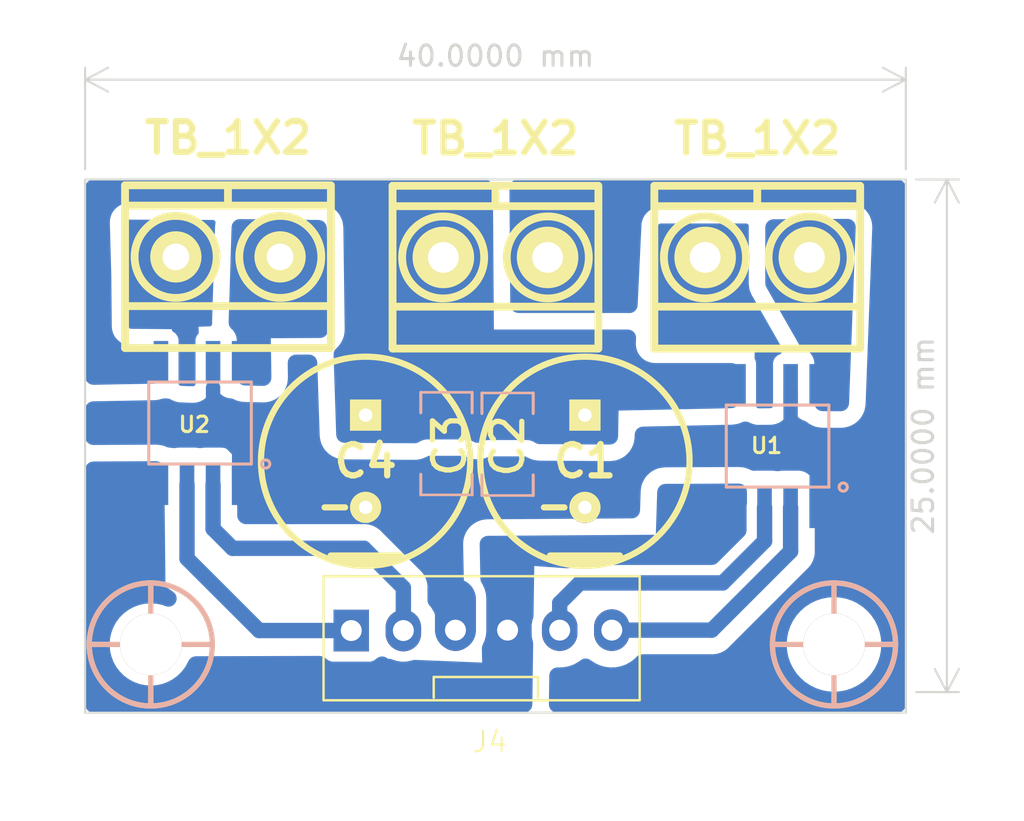
<source format=kicad_pcb>
(kicad_pcb (version 20221018) (generator pcbnew)
  (layers (0 "F.Cu" signal) (31 "B.Cu" signal) (34 "B.Paste" user) (35 "F.Paste" user) (36 "B.SilkS" user "B.Silkscreen") (37 "F.SilkS" user "F.Silkscreen") (38 "B.Mask" user) (39 "F.Mask" user) (44 "Edge.Cuts" user))
  (net 0 "")
  (net 1 "/vin")
  (net 2 "GND")
  (net 3 "/M1A")
  (net 4 "/M1B")
  (net 5 "+5V")
  (net 6 "Net-(U1-OUT1)")
  (net 7 "Net-(U1-OUT2)")
  (net 8 "Net-(U2-OUT2)")
  (net 9 "Net-(U2-OUT1)")
  (net 10 "/M2A")
  (net 11 "/M2B")
  (footprint "EEST:BORNERA2_AZUL" (layer "F.Cu") (at 106 58.8 180)
    (fp_text reference "J1" hide)
    (fp_text value "TB_1X2" (at 0 5.8) (layer "F.SilkS") (effects (font (size 1.5 1.5) (thickness 0.3))))
    (fp_line (start -5.0165 -4.445) (end -5.0165 3.4925) (stroke (width 0.381)) (layer "F.SilkS"))
    (fp_line (start -5 -2.4) (end 5 -2.4) (stroke (width 0.381)) (layer "F.SilkS"))
    (fp_line (start -5 2.5) (end 5 2.5) (stroke (width 0.381)) (layer "F.SilkS"))
    (fp_line (start -4.9835 3.4925) (end 5.0165 3.4925) (stroke (width 0.381)) (layer "F.SilkS"))
    (fp_line (start 0 2.54) (end 0 3.4845) (stroke (width 0.381)) (layer "F.SilkS"))
    (fp_line (start 5.0165 -4.445) (end -4.9835 -4.445) (stroke (width 0.381)) (layer "F.SilkS"))
    (fp_line (start 5.0165 3.4925) (end 5.0165 -4.445) (stroke (width 0.381)) (layer "F.SilkS"))
    (fp_circle (center -2.55 0) (end -0.55 0) (stroke (width 0.381)) (fill none) (layer "F.SilkS"))
    (fp_circle (center 2.55 0) (end 0.55 0) (stroke (width 0.381)) (fill none) (layer "F.SilkS"))
    (pad "1" thru_hole circle (at -2.54 0 180) (size 3 3) (drill 1.5) (layers "*.Cu" "*.Mask" "F.SilkS") (net 2 "GND"))
    (pad "2" thru_hole circle (at 2.54 0 180) (size 3 3) (drill 1.5) (layers "*.Cu" "*.Mask" "F.SilkS") (net 1 "/vin"))
  )
  (footprint "EEST:BORNERA2_AZUL" (layer "F.Cu") (at 92.961376 58.773638 180)
    (fp_text reference "J6" hide)
    (fp_text value "TB_1X2" (at 0 5.8) (layer "F.SilkS") (effects (font (size 1.5 1.5) (thickness 0.3))))
    (fp_line (start -5.0165 -4.445) (end -5.0165 3.4925) (stroke (width 0.381)) (layer "F.SilkS"))
    (fp_line (start -5 -2.4) (end 5 -2.4) (stroke (width 0.381)) (layer "F.SilkS"))
    (fp_line (start -5 2.5) (end 5 2.5) (stroke (width 0.381)) (layer "F.SilkS"))
    (fp_line (start -4.9835 3.4925) (end 5.0165 3.4925) (stroke (width 0.381)) (layer "F.SilkS"))
    (fp_line (start 0 2.54) (end 0 3.4845) (stroke (width 0.381)) (layer "F.SilkS"))
    (fp_line (start 5.0165 -4.445) (end -4.9835 -4.445) (stroke (width 0.381)) (layer "F.SilkS"))
    (fp_line (start 5.0165 3.4925) (end 5.0165 -4.445) (stroke (width 0.381)) (layer "F.SilkS"))
    (fp_circle (center -2.55 0) (end -0.55 0) (stroke (width 0.381)) (fill none) (layer "F.SilkS"))
    (fp_circle (center 2.55 0) (end 0.55 0) (stroke (width 0.381)) (fill none) (layer "F.SilkS"))
    (pad "1" thru_hole circle (at -2.54 0 180) (size 2.5 2.5) (drill 1.3) (layers "*.Cu" "*.Mask" "F.SilkS") (net 8 "Net-(U2-OUT2)"))
    (pad "2" thru_hole circle (at 2.54 0 180) (size 2.5 2.5) (drill 1.3) (layers "*.Cu" "*.Mask" "F.SilkS") (net 9 "Net-(U2-OUT1)"))
  )
  (footprint "EEST:CAP_ELEC_10X8mm" (layer "F.Cu") (at 99.67 68.74 180)
    (fp_text reference "C4" (at 0 0) (layer "F.SilkS") (effects (font (size 1.524 1.524) (thickness 0.3048))))
    (fp_text value "100uf 35v" hide)
    (fp_line (start -1.7 -4.6) (end 1.7 -4.6) (stroke (width 0.3048)) (layer "F.SilkS"))
    (fp_line (start -1.3 -4.8) (end 1.3 -4.8) (stroke (width 0.3048)) (layer "F.SilkS"))
    (fp_line (start -0.8 -5) (end 0.8 -5) (stroke (width 0.3048)) (layer "F.SilkS"))
    (fp_line (start 1 -2.25) (end 2 -2.25) (stroke (width 0.3)) (layer "F.SilkS"))
    (fp_circle (center 0 0) (end 5.1 0) (stroke (width 0.3048)) (fill none) (layer "F.SilkS"))
    (pad "1" thru_hole rect (at 0 2.25 180) (size 1.524 1.524) (drill 0.65) (layers "*.Cu" "*.Mask" "F.SilkS") (net 1 "/vin"))
    (pad "2" thru_hole circle (at 0 -2.25 180) (size 1.524 1.524) (drill 0.65) (layers "*.Cu" "*.Mask" "F.SilkS") (net 2 "GND"))
  )
  (footprint "MacroLib-kicad-main (2):FanPinHeads_1x6_P2.54mm_Vertical" (layer "F.Cu") (at 105.73 82.9275)
    (fp_text reference "J4" (at 0 -0.5 unlocked) (layer "F.SilkS") (effects (font (thickness 0.1))))
    (fp_text value "Conn_01x06")
    (fp_line (start -8.11 -8.58) (end 7.29 -8.58) (stroke (width 0.12)) (layer "F.SilkS"))
    (fp_line (start -8.11 -2.53) (end -8.11 -8.58) (stroke (width 0.12)) (layer "F.SilkS"))
    (fp_line (start -2.74 -3.665) (end 2.34 -3.665) (stroke (width 0.12)) (layer "F.SilkS"))
    (fp_line (start -2.74 -2.655) (end -2.74 -3.665) (stroke (width 0.12)) (layer "F.SilkS"))
    (fp_line (start -0.31 -2.53) (end -8.11 -2.53) (stroke (width 0.12)) (layer "F.SilkS"))
    (fp_line (start 2.34 -3.665) (end 2.34 -2.655) (stroke (width 0.12)) (layer "F.SilkS"))
    (fp_line (start 7.3 -8.58) (end 7.3 -2.57) (stroke (width 0.12)) (layer "F.SilkS"))
    (fp_line (start 7.3 -2.53) (end -0.31 -2.53) (stroke (width 0.12)) (layer "F.SilkS"))
    (pad "1" thru_hole rect (at -6.76 -5.93 90) (size 2.03 1.73) (drill 1.02) (layers "*.Cu" "*.Mask") (net 11 "/M2B"))
    (pad "2" thru_hole oval (at -4.22 -5.93 90) (size 2.03 1.73) (drill 1.02) (layers "*.Cu" "*.Mask") (net 10 "/M2A"))
    (pad "3" thru_hole oval (at -1.68 -5.95 90) (size 2.03 1.73) (drill 1.02) (layers "*.Cu" "*.Mask") (net 2 "GND"))
    (pad "4" thru_hole oval (at 0.86 -5.95 90) (size 2.03 1.73) (drill 1.02) (layers "*.Cu" "*.Mask") (net 5 "+5V"))
    (pad "5" thru_hole oval (at 3.4 -5.95 90) (size 2.03 1.73) (drill 1.02) (layers "*.Cu" "*.Mask") (net 4 "/M1B"))
    (pad "6" thru_hole oval (at 5.94 -5.95 90) (size 2.03 1.73) (drill 1.02) (layers "*.Cu" "*.Mask") (net 3 "/M1A"))
  )
  (footprint "EEST:BORNERA2_AZUL" (layer "F.Cu") (at 118.76 58.8 180)
    (fp_text reference "J3" hide)
    (fp_text value "TB_1X2" (at 0 5.8) (layer "F.SilkS") (effects (font (size 1.5 1.5) (thickness 0.3))))
    (fp_line (start -5.0165 -4.445) (end -5.0165 3.4925) (stroke (width 0.381)) (layer "F.SilkS"))
    (fp_line (start -5 -2.4) (end 5 -2.4) (stroke (width 0.381)) (layer "F.SilkS"))
    (fp_line (start -5 2.5) (end 5 2.5) (stroke (width 0.381)) (layer "F.SilkS"))
    (fp_line (start -4.9835 3.4925) (end 5.0165 3.4925) (stroke (width 0.381)) (layer "F.SilkS"))
    (fp_line (start 0 2.54) (end 0 3.4845) (stroke (width 0.381)) (layer "F.SilkS"))
    (fp_line (start 5.0165 -4.445) (end -4.9835 -4.445) (stroke (width 0.381)) (layer "F.SilkS"))
    (fp_line (start 5.0165 3.4925) (end 5.0165 -4.445) (stroke (width 0.381)) (layer "F.SilkS"))
    (fp_circle (center -2.55 0) (end -0.55 0) (stroke (width 0.381)) (fill none) (layer "F.SilkS"))
    (fp_circle (center 2.55 0) (end 0.55 0) (stroke (width 0.381)) (fill none) (layer "F.SilkS"))
    (pad "1" thru_hole circle (at -2.54 0 180) (size 3 3) (drill 1.5) (layers "*.Cu" "*.Mask" "F.SilkS") (net 7 "Net-(U1-OUT2)"))
    (pad "2" thru_hole circle (at 2.54 0 180) (size 3 3) (drill 1.5) (layers "*.Cu" "*.Mask" "F.SilkS") (net 6 "Net-(U1-OUT1)"))
  )
  (footprint "EEST:Tornillo_M3_8mm" (layer "F.Cu") (at 89.2 77.675)
    (fp_text reference "H1" hide)
    (fp_text value "Mounting_Hole" hide)
    (fp_line (start -3 0) (end 3 0) (stroke (width 0.254)) (layer "B.SilkS"))
    (fp_line (start 0 -3) (end 0 3) (stroke (width 0.254)) (layer "B.SilkS"))
    (fp_circle (center 0 0) (end 3 0) (stroke (width 0.254)) (fill none) (layer "B.SilkS"))
    (fp_line (start -3 0) (end 3 0) (stroke (width 0.254)) (layer "F.SilkS"))
    (fp_line (start 0 -3) (end 0 3) (stroke (width 0.254)) (layer "F.SilkS"))
    (fp_circle (center 0 0) (end 3 0) (stroke (width 0.254)) (fill none) (layer "F.SilkS"))
    (pad "1" thru_hole circle (at 0 0) (size 3 3) (drill 3) (layers "*.Cu" "F.SilkS"))
  )
  (footprint "EEST:CAP_ELEC_10X8mm" (layer "F.Cu") (at 110.36 68.74 180)
    (fp_text reference "C1" (at 0 0) (layer "F.SilkS") (effects (font (size 1.524 1.524) (thickness 0.3048))))
    (fp_text value "100uf 35v" hide)
    (fp_line (start -1.7 -4.6) (end 1.7 -4.6) (stroke (width 0.3048)) (layer "F.SilkS"))
    (fp_line (start -1.3 -4.8) (end 1.3 -4.8) (stroke (width 0.3048)) (layer "F.SilkS"))
    (fp_line (start -0.8 -5) (end 0.8 -5) (stroke (width 0.3048)) (layer "F.SilkS"))
    (fp_line (start 1 -2.25) (end 2 -2.25) (stroke (width 0.3)) (layer "F.SilkS"))
    (fp_circle (center 0 0) (end 5.1 0) (stroke (width 0.3048)) (fill none) (layer "F.SilkS"))
    (pad "1" thru_hole rect (at 0 2.25 180) (size 1.524 1.524) (drill 0.65) (layers "*.Cu" "*.Mask" "F.SilkS") (net 1 "/vin"))
    (pad "2" thru_hole circle (at 0 -2.25 180) (size 1.524 1.524) (drill 0.65) (layers "*.Cu" "*.Mask" "F.SilkS") (net 2 "GND"))
  )
  (footprint "EEST:C_1206" (layer "B.Cu") (at 103.61 67.88 90)
    (fp_text reference "C3" (at -0.087 0.15 90) (layer "F.SilkS") (effects (font (size 1.524 1.524) (thickness 0.254))))
    (fp_text value "100nf" hide)
    (fp_line (start -2.5 1.25) (end -2.5 -1.25) (stroke (width 0.127)) (layer "B.SilkS"))
    (fp_line (start -1.5 -1.25) (end -2.5 -1.25) (stroke (width 0.15)) (layer "B.SilkS"))
    (fp_line (start -1.5 1.25) (end -2.5 1.25) (stroke (width 0.15)) (layer "B.SilkS"))
    (fp_line (start 1.5 -1.25) (end 2.5 -1.25) (stroke (width 0.15)) (layer "B.SilkS"))
    (fp_line (start 1.5 1.25) (end 2.5 1.25) (stroke (width 0.15)) (layer "B.SilkS"))
    (fp_line (start 2.5 -1.25) (end 2.5 1.25) (stroke (width 0.127)) (layer "B.SilkS"))
    (pad "1" smd rect (at 1.397 0 90) (size 1.6002 1.8034) (layers "B.Cu" "B.Paste" "B.Mask") (net 1 "/vin"))
    (pad "2" smd rect (at -1.397 0 90) (size 1.6002 1.8034) (layers "B.Cu" "B.Paste" "B.Mask") (net 2 "GND"))
  )
  (footprint "EEST:Tornillo_M3_8mm" (layer "B.Cu") (at 122.5 77.675 180)
    (fp_text reference "H2" hide)
    (fp_text value "Mounting_Hole" hide)
    (fp_line (start -3 0) (end 3 0) (stroke (width 0.254)) (layer "B.SilkS"))
    (fp_line (start 0 3) (end 0 -3) (stroke (width 0.254)) (layer "B.SilkS"))
    (fp_circle (center 0 0) (end 3 0) (stroke (width 0.254)) (fill none) (layer "B.SilkS"))
    (fp_line (start -3 0) (end 3 0) (stroke (width 0.254)) (layer "F.SilkS"))
    (fp_line (start 0 3) (end 0 -3) (stroke (width 0.254)) (layer "F.SilkS"))
    (fp_circle (center 0 0) (end 3 0) (stroke (width 0.254)) (fill none) (layer "F.SilkS"))
    (pad "1" thru_hole circle (at 0 0 180) (size 3 3) (drill 3) (layers "*.Cu" "B.SilkS"))
  )
  (footprint "EEST:SSOP-8" (layer "B.Cu") (at 119.75 68 180)
    (fp_text reference "U1" (at 0.54 0.02) (layer "F.SilkS") (effects (font (size 0.7493 0.7493) (thickness 0.14986))))
    (fp_text value "TB67H451AFNG" hide)
    (fp_line (start -2.5 -2) (end 2.5 -2) (stroke (width 0.15)) (layer "B.SilkS"))
    (fp_line (start -2.5 2) (end -2.5 -2) (stroke (width 0.15)) (layer "B.SilkS"))
    (fp_line (start 2.5 2) (end -2.5 2) (stroke (width 0.15)) (layer "B.SilkS"))
    (fp_line (start 2.5 2) (end 2.5 -2) (stroke (width 0.15)) (layer "B.SilkS"))
    (fp_circle (center -3.2 -2) (end -3 -2) (stroke (width 0.15)) (fill none) (layer "B.SilkS"))
    (pad "1" smd rect (at -1.905 -3 180) (size 0.7112 2) (layers "B.Cu" "B.Paste" "B.Mask") (net 2 "GND"))
    (pad "2" smd rect (at -0.635 -3 180) (size 0.7112 2) (layers "B.Cu" "B.Paste" "B.Mask") (net 3 "/M1A"))
    (pad "3" smd rect (at 0.635 -3 180) (size 0.7112 2) (layers "B.Cu" "B.Paste" "B.Mask") (net 4 "/M1B"))
    (pad "4" smd rect (at 1.905 -3 180) (size 0.7112 2) (layers "B.Cu" "B.Paste" "B.Mask") (net 5 "+5V"))
    (pad "5" smd rect (at 1.905 3) (size 0.7112 2) (layers "B.Cu" "B.Paste" "B.Mask") (net 1 "/vin"))
    (pad "6" smd rect (at 0.635 3) (size 0.7112 2) (layers "B.Cu" "B.Paste" "B.Mask") (net 6 "Net-(U1-OUT1)"))
    (pad "7" smd rect (at -0.635 3) (size 0.7112 2) (layers "B.Cu" "B.Paste" "B.Mask") (net 2 "GND"))
    (pad "8" smd rect (at -1.905 3) (size 0.7112 2) (layers "B.Cu" "B.Paste" "B.Mask") (net 7 "Net-(U1-OUT2)"))
  )
  (footprint "EEST:SSOP-8" (layer "B.Cu") (at 91.6 66.875 180)
    (fp_text reference "U2" (at 0.28 -0.075) (layer "F.SilkS") (effects (font (size 0.7493 0.7493) (thickness 0.14986))))
    (fp_text value "TB67H451AFNG" hide)
    (fp_line (start -2.5 -2) (end 2.5 -2) (stroke (width 0.15)) (layer "B.SilkS"))
    (fp_line (start -2.5 2) (end -2.5 -2) (stroke (width 0.15)) (layer "B.SilkS"))
    (fp_line (start 2.5 2) (end -2.5 2) (stroke (width 0.15)) (layer "B.SilkS"))
    (fp_line (start 2.5 2) (end 2.5 -2) (stroke (width 0.15)) (layer "B.SilkS"))
    (fp_circle (center -3.2 -2) (end -3 -2) (stroke (width 0.15)) (fill none) (layer "B.SilkS"))
    (pad "1" smd rect (at -1.905 -3 180) (size 0.7112 2) (layers "B.Cu" "B.Paste" "B.Mask") (net 2 "GND"))
    (pad "2" smd rect (at -0.635 -3 180) (size 0.7112 2) (layers "B.Cu" "B.Paste" "B.Mask") (net 10 "/M2A"))
    (pad "3" smd rect (at 0.635 -3 180) (size 0.7112 2) (layers "B.Cu" "B.Paste" "B.Mask") (net 11 "/M2B"))
    (pad "4" smd rect (at 1.905 -3 180) (size 0.7112 2) (layers "B.Cu" "B.Paste" "B.Mask") (net 5 "+5V"))
    (pad "5" smd rect (at 1.905 3) (size 0.7112 2) (layers "B.Cu" "B.Paste" "B.Mask") (net 1 "/vin"))
    (pad "6" smd rect (at 0.635 3) (size 0.7112 2) (layers "B.Cu" "B.Paste" "B.Mask") (net 9 "Net-(U2-OUT1)"))
    (pad "7" smd rect (at -0.635 3) (size 0.7112 2) (layers "B.Cu" "B.Paste" "B.Mask") (net 2 "GND"))
    (pad "8" smd rect (at -1.905 3) (size 0.7112 2) (layers "B.Cu" "B.Paste" "B.Mask") (net 8 "Net-(U2-OUT2)"))
  )
  (footprint "EEST:C_1206" (layer "B.Cu") (at 106.59 67.91 90)
    (fp_text reference "C2" (at -0.08 0 90) (layer "F.SilkS") (effects (font (size 1.524 1.524) (thickness 0.254))))
    (fp_text value "100nf" hide)
    (fp_line (start -2.5 1.25) (end -2.5 -1.25) (stroke (width 0.127)) (layer "B.SilkS"))
    (fp_line (start -1.5 -1.25) (end -2.5 -1.25) (stroke (width 0.15)) (layer "B.SilkS"))
    (fp_line (start -1.5 1.25) (end -2.5 1.25) (stroke (width 0.15)) (layer "B.SilkS"))
    (fp_line (start 1.5 -1.25) (end 2.5 -1.25) (stroke (width 0.15)) (layer "B.SilkS"))
    (fp_line (start 1.5 1.25) (end 2.5 1.25) (stroke (width 0.15)) (layer "B.SilkS"))
    (fp_line (start 2.5 -1.25) (end 2.5 1.25) (stroke (width 0.127)) (layer "B.SilkS"))
    (pad "1" smd rect (at 1.397 0 90) (size 1.6002 1.8034) (layers "B.Cu" "B.Paste" "B.Mask") (net 1 "/vin"))
    (pad "2" smd rect (at -1.397 0 90) (size 1.6002 1.8034) (layers "B.Cu" "B.Paste" "B.Mask") (net 2 "GND"))
  )
  (gr_line (start 86 81) (end 126 81) (stroke (width 0.1)) (layer "Edge.Cuts"))
  (gr_line (start 86 81) (end 86 55) (stroke (width 0.1)) (layer "Edge.Cuts"))
  (gr_line (start 126 81) (end 126 55) (stroke (width 0.1)) (layer "Edge.Cuts"))
  (gr_line (start 126 55) (end 86 55) (stroke (width 0.1)) (layer "Edge.Cuts"))
  (dimension (type aligned) (layer "Edge.Cuts") (pts (xy 126 80) (xy 126 55)) (height 2) (gr_text "25,0000 mm" (at 126.85 67.5 90) (layer "Edge.Cuts") (effects (font (size 1 1) (thickness 0.15)))) (format (prefix "") (suffix "") (units 3) (units_format 1) (precision 4)) (style (thickness 0.1) (arrow_length 1.27) (text_position_mode 0) (extension_height 0.58642) (extension_offset 0.5) keep_text_aligned))
  (dimension (type aligned) (layer "Edge.Cuts") (pts (xy 86 55) (xy 126 55)) (height -4.87) (gr_text "40,0000 mm" (at 106 48.98) (layer "Edge.Cuts") (effects (font (size 1 1) (thickness 0.15)))) (format (prefix "") (suffix "") (units 3) (units_format 1) (precision 4)) (style (thickness 0.1) (arrow_length 1.27) (text_position_mode 0) (extension_height 0.58642) (extension_offset 0.5) keep_text_aligned))
  (segment (start 93.505 68.255) (end 93.505 69.875) (width 0.7) (layer "B.Cu") (net 2))
  (segment (start 121.655 68.98) (end 121.655 71.3) (width 0.7) (layer "B.Cu") (net 2))
  (segment (start 120.385 67.71) (end 121.655 68.98) (width 0.7) (layer "B.Cu") (net 2))
  (segment (start 104.05 76.9775) (end 104.05 75.47) (width 2) (layer "B.Cu") (net 2))
  (segment (start 92.235 66.985) (end 93.505 68.255) (width 0.7) (layer "B.Cu") (net 2))
  (segment (start 92.235 65.15) (end 92.235 66.985) (width 0.7) (layer "B.Cu") (net 2))
  (segment (start 120.385 65.3) (end 120.385 67.71) (width 0.7) (layer "B.Cu") (net 2))
  (segment (start 116.540266 76.9775) (end 120.385 73.132766) (width 0.75) (layer "B.Cu") (net 3))
  (segment (start 111.67 76.9775) (end 116.540266 76.9775) (width 0.75) (layer "B.Cu") (net 3))
  (segment (start 120.385 73.132766) (end 120.385 71) (width 0.75) (layer "B.Cu") (net 3))
  (segment (start 109.13 76.9775) (end 109.13 75.66) (width 0.75) (layer "B.Cu") (net 4))
  (segment (start 117.075 74.675) (end 119.115 72.635) (width 0.75) (layer "B.Cu") (net 4))
  (segment (start 109.13 75.66) (end 110.115 74.675) (width 0.75) (layer "B.Cu") (net 4))
  (segment (start 119.115 72.635) (end 119.115 71) (width 0.75) (layer "B.Cu") (net 4))
  (segment (start 110.115 74.675) (end 117.075 74.675) (width 0.75) (layer "B.Cu") (net 4))
  (segment (start 101.51 74.91) (end 99.5856 72.9856) (width 0.75) (layer "B.Cu") (net 10))
  (segment (start 99.5856 72.9856) (end 93.1856 72.9856) (width 0.75) (layer "B.Cu") (net 10))
  (segment (start 93.1856 72.9856) (end 92.235 72.035) (width 0.75) (layer "B.Cu") (net 10))
  (segment (start 101.51 76.9975) (end 101.51 74.91) (width 0.75) (layer "B.Cu") (net 10))
  (segment (start 92.235 72.035) (end 92.235 69.875) (width 0.75) (layer "B.Cu") (net 10))
  (segment (start 90.965 73.483366) (end 94.479134 76.9975) (width 0.75) (layer "B.Cu") (net 11))
  (segment (start 90.965 69.875) (end 90.965 73.483366) (width 0.75) (layer "B.Cu") (net 11))
  (segment (start 94.479134 76.9975) (end 98.97 76.9975) (width 0.75) (layer "B.Cu") (net 11))
  (zone (net 2) (net_name "GND") (layer "B.Cu") (connect_pads yes (clearance 0.8)) (min_thickness 0.8) (fill yes (thermal_gap 0.8) (thermal_bridge_width 0.8))
    (polygon (pts (xy 130.100022 82.244869) (xy 82.63 81.49) (xy 81.850022 46.244869) (xy 129.500022 46.244869)))
  )
  (zone (net 6) (net_name "Net-(U1-OUT1)") (layer "B.Cu") (priority 2) (connect_pads yes (clearance 0.25)) (min_thickness 0.25) (fill yes (thermal_gap 0.25) (thermal_bridge_width 0.25) (smoothing fillet) (island_removal_mode 1) (island_area_min 10))
    (polygon (pts (xy 119.82 66.15) (xy 119.975 62.945) (xy 118.525 59.945) (xy 118.525 57.145) (xy 113.925 57.145) (xy 113.64 63.145) (xy 118.64 63.145) (xy 118.57 66.165)))
  )
  (zone (net 7) (net_name "Net-(U1-OUT2)") (layer "B.Cu") (priority 3) (connect_pads yes (clearance 0.8)) (min_thickness 0.8) (fill yes (thermal_gap 0.8) (thermal_bridge_width 0.8))
    (polygon (pts (xy 119.150176 60.164781) (xy 120.950176 63.314781) (xy 120.940176 66.294781) (xy 123.220176 66.304781) (xy 123.575176 56.914781) (xy 119.150176 56.939781)))
  )
  (zone (net 8) (net_name "Net-(U2-OUT2)") (layer "B.Cu") (priority 5) (connect_pads yes (clearance 0.8)) (min_thickness 0.8) (fill yes (thermal_gap 0.8) (thermal_bridge_width 0.8))
    (polygon (pts (xy 92.998338 64.502065) (xy 93.034714 65.025703) (xy 95.084714 65.075703) (xy 95.05 62.74) (xy 97.85 62.726119) (xy 97.775 56.976119) (xy 93.15 56.925) (xy 92.979714 62.375703)))
  )
  (zone (net 9) (net_name "Net-(U2-OUT1)") (layer "B.Cu") (priority 4) (connect_pads yes (clearance 0.25)) (min_thickness 0.25) (fill yes (thermal_gap 0.5) (thermal_bridge_width 0.5))
    (polygon (pts (xy 90.225 62.3) (xy 88.105 62.28) (xy 88.08 59.63) (xy 88.005 56.955) (xy 92.625 56.975) (xy 92.575 62.15) (xy 91.53 62.18) (xy 91.625 65.1) (xy 90.3 65.05)))
  )
  (zone (net 5) (net_name "+5V") (layer "B.Cu") (priority 6) (connect_pads yes (clearance 0.5)) (min_thickness 0.8) (fill yes (thermal_gap 0.8) (thermal_bridge_width 0.8))
    (polygon (pts (xy 117.69 72.925) (xy 118.365 72.375) (xy 118.31 69.825) (xy 113.895 69.845) (xy 113.815 72.325) (xy 105.22 72.38) (xy 105.35 78.56) (xy 100.765 78.375) (xy 100.815 78.225) (xy 91.54 78.25) (xy 91.54 75.95) (xy 89.915 74.855) (xy 89.855 68.735) (xy 81.995 68.775) (xy 82.615751 81.516631) (xy 107.78 81.84) (xy 107.89 73.85) (xy 110.385751 74.026631) (xy 111.585751 73.985) (xy 116.755 73.826631)))
  )
  (zone (net 1) (net_name "/vin") (layer "B.Cu") (priority 1) (connect_pads yes (clearance 0.8)) (min_thickness 0.8) (fill yes (thermal_gap 0.8) (thermal_bridge_width 0.8))
    (polygon (pts (xy 98.25 67.84) (xy 111.97 67.93) (xy 112 66.27) (xy 118.285 66.135) (xy 118.315 62.31621) (xy 105.923559 62.31621) (xy 105.855 52.735) (xy 82.89 52.58) (xy 82.79 65.08) (xy 90.172859 64.941811) (xy 90.152859 62.251811) (xy 87.92 62.145) (xy 87.84 56.23) (xy 97.87 56.34)))
  )
)
</source>
